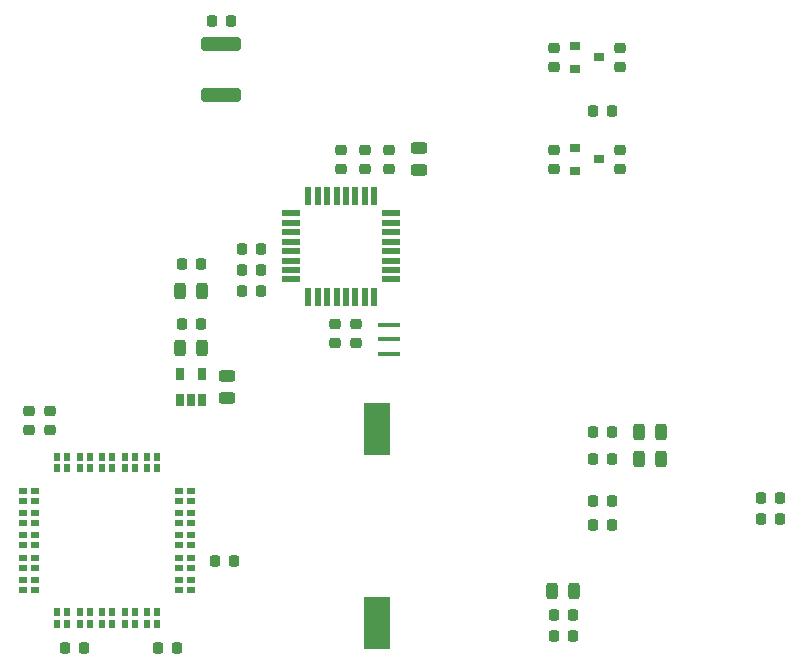
<source format=gbr>
%TF.GenerationSoftware,KiCad,Pcbnew,(6.0.7)*%
%TF.CreationDate,2022-09-05T17:33:02-05:00*%
%TF.ProjectId,tracker,74726163-6b65-4722-9e6b-696361645f70,1.0*%
%TF.SameCoordinates,Original*%
%TF.FileFunction,Paste,Top*%
%TF.FilePolarity,Positive*%
%FSLAX46Y46*%
G04 Gerber Fmt 4.6, Leading zero omitted, Abs format (unit mm)*
G04 Created by KiCad (PCBNEW (6.0.7)) date 2022-09-05 17:33:02*
%MOMM*%
%LPD*%
G01*
G04 APERTURE LIST*
G04 Aperture macros list*
%AMRoundRect*
0 Rectangle with rounded corners*
0 $1 Rounding radius*
0 $2 $3 $4 $5 $6 $7 $8 $9 X,Y pos of 4 corners*
0 Add a 4 corners polygon primitive as box body*
4,1,4,$2,$3,$4,$5,$6,$7,$8,$9,$2,$3,0*
0 Add four circle primitives for the rounded corners*
1,1,$1+$1,$2,$3*
1,1,$1+$1,$4,$5*
1,1,$1+$1,$6,$7*
1,1,$1+$1,$8,$9*
0 Add four rect primitives between the rounded corners*
20,1,$1+$1,$2,$3,$4,$5,0*
20,1,$1+$1,$4,$5,$6,$7,0*
20,1,$1+$1,$6,$7,$8,$9,0*
20,1,$1+$1,$8,$9,$2,$3,0*%
G04 Aperture macros list end*
%ADD10R,2.300000X4.500000*%
%ADD11RoundRect,0.218750X0.256250X-0.218750X0.256250X0.218750X-0.256250X0.218750X-0.256250X-0.218750X0*%
%ADD12RoundRect,0.218750X-0.256250X0.218750X-0.256250X-0.218750X0.256250X-0.218750X0.256250X0.218750X0*%
%ADD13RoundRect,0.243750X-0.243750X-0.456250X0.243750X-0.456250X0.243750X0.456250X-0.243750X0.456250X0*%
%ADD14RoundRect,0.218750X-0.218750X-0.256250X0.218750X-0.256250X0.218750X0.256250X-0.218750X0.256250X0*%
%ADD15RoundRect,0.218750X0.218750X0.256250X-0.218750X0.256250X-0.218750X-0.256250X0.218750X-0.256250X0*%
%ADD16RoundRect,0.243750X0.456250X-0.243750X0.456250X0.243750X-0.456250X0.243750X-0.456250X-0.243750X0*%
%ADD17RoundRect,0.243750X0.243750X0.456250X-0.243750X0.456250X-0.243750X-0.456250X0.243750X-0.456250X0*%
%ADD18RoundRect,0.249999X1.450001X-0.312501X1.450001X0.312501X-1.450001X0.312501X-1.450001X-0.312501X0*%
%ADD19R,0.900000X0.800000*%
%ADD20R,0.550000X1.600000*%
%ADD21R,1.600000X0.550000*%
%ADD22R,0.580000X0.720000*%
%ADD23R,0.720000X0.580000*%
%ADD24R,0.650000X1.060000*%
%ADD25R,1.900000X0.400000*%
G04 APERTURE END LIST*
D10*
%TO.C,BT1*%
X149860000Y-141071000D03*
X149860000Y-124671000D03*
%TD*%
D11*
%TO.C,C1*%
X148844000Y-101066500D03*
X148844000Y-102641500D03*
%TD*%
D12*
%TO.C,C2*%
X148082000Y-115798500D03*
X148082000Y-117373500D03*
%TD*%
%TO.C,C3*%
X146304000Y-117373500D03*
X146304000Y-115798500D03*
%TD*%
D13*
%TO.C,C4*%
X164670500Y-138430000D03*
X166545500Y-138430000D03*
%TD*%
D14*
%TO.C,C5*%
X164820500Y-140462000D03*
X166395500Y-140462000D03*
%TD*%
D11*
%TO.C,C6*%
X146812000Y-102641500D03*
X146812000Y-101066500D03*
%TD*%
D14*
%TO.C,C7*%
X164820500Y-142240000D03*
X166395500Y-142240000D03*
%TD*%
D15*
%TO.C,C8*%
X182346500Y-132334000D03*
X183921500Y-132334000D03*
%TD*%
%TO.C,C9*%
X123418500Y-143256000D03*
X124993500Y-143256000D03*
%TD*%
%TO.C,C10*%
X135864500Y-90170000D03*
X137439500Y-90170000D03*
%TD*%
%TO.C,C11*%
X132867500Y-143256000D03*
X131292500Y-143256000D03*
%TD*%
D16*
%TO.C,C12*%
X137160000Y-120220500D03*
X137160000Y-122095500D03*
%TD*%
D13*
%TO.C,C13*%
X133174500Y-117856000D03*
X135049500Y-117856000D03*
%TD*%
D14*
%TO.C,C14*%
X133324500Y-115824000D03*
X134899500Y-115824000D03*
%TD*%
D16*
%TO.C,D1*%
X153416000Y-100916500D03*
X153416000Y-102791500D03*
%TD*%
D17*
%TO.C,D2*%
X173911500Y-124968000D03*
X172036500Y-124968000D03*
%TD*%
%TO.C,D3*%
X172036500Y-127254000D03*
X173911500Y-127254000D03*
%TD*%
D13*
%TO.C,D4*%
X133174500Y-113030000D03*
X135049500Y-113030000D03*
%TD*%
D18*
%TO.C,F1*%
X136652000Y-96371500D03*
X136652000Y-92096500D03*
%TD*%
D19*
%TO.C,Q1*%
X166640000Y-92268000D03*
X166640000Y-94168000D03*
X168640000Y-93218000D03*
%TD*%
%TO.C,Q2*%
X168640000Y-101854000D03*
X166640000Y-102804000D03*
X166640000Y-100904000D03*
%TD*%
D12*
%TO.C,R1*%
X164846000Y-94005500D03*
X164846000Y-92430500D03*
%TD*%
D11*
%TO.C,R2*%
X170434000Y-94005500D03*
X170434000Y-92430500D03*
%TD*%
D12*
%TO.C,R3*%
X164846000Y-102641500D03*
X164846000Y-101066500D03*
%TD*%
D11*
%TO.C,R4*%
X170434000Y-102641500D03*
X170434000Y-101066500D03*
%TD*%
D14*
%TO.C,R5*%
X138404500Y-109474000D03*
X139979500Y-109474000D03*
%TD*%
D11*
%TO.C,R6*%
X150876000Y-101066500D03*
X150876000Y-102641500D03*
%TD*%
D14*
%TO.C,R7*%
X182346500Y-130556000D03*
X183921500Y-130556000D03*
%TD*%
%TO.C,R8*%
X169697500Y-124968000D03*
X168122500Y-124968000D03*
%TD*%
%TO.C,R9*%
X168122500Y-127254000D03*
X169697500Y-127254000D03*
%TD*%
%TO.C,R10*%
X139979500Y-111252000D03*
X138404500Y-111252000D03*
%TD*%
%TO.C,R11*%
X139979500Y-113030000D03*
X138404500Y-113030000D03*
%TD*%
D11*
%TO.C,R12*%
X120396000Y-124739500D03*
X120396000Y-123164500D03*
%TD*%
%TO.C,R13*%
X122174000Y-123164500D03*
X122174000Y-124739500D03*
%TD*%
D14*
%TO.C,R14*%
X168122500Y-132842000D03*
X169697500Y-132842000D03*
%TD*%
%TO.C,R15*%
X168122500Y-130810000D03*
X169697500Y-130810000D03*
%TD*%
D15*
%TO.C,R16*%
X137693500Y-135890000D03*
X136118500Y-135890000D03*
%TD*%
D14*
%TO.C,R17*%
X133324500Y-110744000D03*
X134899500Y-110744000D03*
%TD*%
%TO.C,R18*%
X169697500Y-97790000D03*
X168122500Y-97790000D03*
%TD*%
D20*
%TO.C,U2*%
X144012000Y-113470000D03*
X144812000Y-113470000D03*
X145612000Y-113470000D03*
X146412000Y-113470000D03*
X147212000Y-113470000D03*
X148012000Y-113470000D03*
X148812000Y-113470000D03*
X149612000Y-113470000D03*
D21*
X151062000Y-112020000D03*
X151062000Y-111220000D03*
X151062000Y-110420000D03*
X151062000Y-109620000D03*
X151062000Y-108820000D03*
X151062000Y-108020000D03*
X151062000Y-107220000D03*
X151062000Y-106420000D03*
D20*
X149612000Y-104970000D03*
X148812000Y-104970000D03*
X148012000Y-104970000D03*
X147212000Y-104970000D03*
X146412000Y-104970000D03*
X145612000Y-104970000D03*
X144812000Y-104970000D03*
X144012000Y-104970000D03*
D21*
X142562000Y-106420000D03*
X142562000Y-107220000D03*
X142562000Y-108020000D03*
X142562000Y-108820000D03*
X142562000Y-109620000D03*
X142562000Y-110420000D03*
X142562000Y-111220000D03*
X142562000Y-112020000D03*
%TD*%
D22*
%TO.C,U5*%
X131225000Y-127012000D03*
X131225000Y-128012000D03*
X130375000Y-127012000D03*
X130375000Y-128012000D03*
X129325000Y-127012000D03*
X129325000Y-128012000D03*
X128475000Y-127012000D03*
X128475000Y-128012000D03*
X127425000Y-127012000D03*
X127425000Y-128012000D03*
X126575000Y-127012000D03*
X126575000Y-128012000D03*
X125525000Y-127012000D03*
X125525000Y-128012000D03*
X124675000Y-127012000D03*
X124675000Y-128012000D03*
X123625000Y-127012000D03*
X123625000Y-128012000D03*
X122775000Y-127012000D03*
X122775000Y-128012000D03*
X131225000Y-140212000D03*
X131225000Y-141212000D03*
X130375000Y-140212000D03*
X130375000Y-141212000D03*
X129325000Y-140212000D03*
X129325000Y-141212000D03*
X128475000Y-140212000D03*
X128475000Y-141212000D03*
X127425000Y-140212000D03*
X127425000Y-141212000D03*
X126575000Y-140212000D03*
X126575000Y-141212000D03*
X125525000Y-140212000D03*
X125525000Y-141212000D03*
X124675000Y-140212000D03*
X124675000Y-141212000D03*
X123625000Y-140212000D03*
X122775000Y-140212000D03*
X123625000Y-141212000D03*
X122775000Y-141212000D03*
D23*
X119900000Y-129887000D03*
X119900000Y-130737000D03*
X120900000Y-129887000D03*
X120900000Y-130737000D03*
X119900000Y-131787000D03*
X119900000Y-132637000D03*
X120900000Y-131787000D03*
X120900000Y-132637000D03*
X119900000Y-133687000D03*
X119900000Y-134537000D03*
X120900000Y-133687000D03*
X120900000Y-134537000D03*
X119900000Y-137487000D03*
X119900000Y-136437000D03*
X120900000Y-137487000D03*
X120900000Y-136437000D03*
X119900000Y-135587000D03*
X119900000Y-138337000D03*
X120900000Y-135587000D03*
X120900000Y-138337000D03*
X134100000Y-129887000D03*
X134100000Y-130737000D03*
X133100000Y-129887000D03*
X133100000Y-130737000D03*
X134100000Y-132637000D03*
X134100000Y-131787000D03*
X133100000Y-132637000D03*
X133100000Y-131787000D03*
X134100000Y-133687000D03*
X134100000Y-134537000D03*
X133100000Y-133687000D03*
X133100000Y-134537000D03*
X134100000Y-135587000D03*
X134100000Y-136437000D03*
X133100000Y-135587000D03*
X133100000Y-136437000D03*
X134100000Y-137487000D03*
X134100000Y-138337000D03*
X133100000Y-137487000D03*
X133100000Y-138337000D03*
%TD*%
D24*
%TO.C,U6*%
X133162000Y-122258000D03*
X134112000Y-122258000D03*
X135062000Y-122258000D03*
X135062000Y-120058000D03*
X133162000Y-120058000D03*
%TD*%
D25*
%TO.C,Y1*%
X150876000Y-118294000D03*
X150876000Y-117094000D03*
X150876000Y-115894000D03*
%TD*%
M02*

</source>
